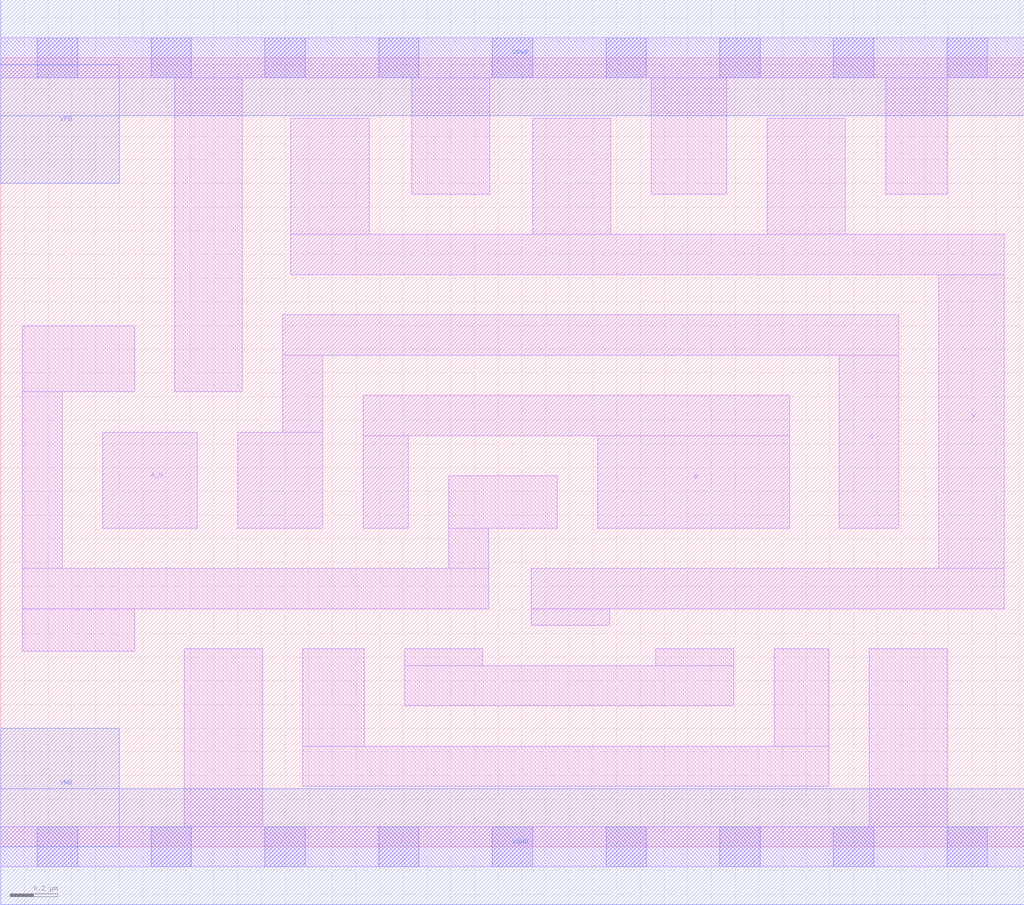
<source format=lef>
# Copyright 2020 The SkyWater PDK Authors
#
# Licensed under the Apache License, Version 2.0 (the "License");
# you may not use this file except in compliance with the License.
# You may obtain a copy of the License at
#
#     https://www.apache.org/licenses/LICENSE-2.0
#
# Unless required by applicable law or agreed to in writing, software
# distributed under the License is distributed on an "AS IS" BASIS,
# WITHOUT WARRANTIES OR CONDITIONS OF ANY KIND, either express or implied.
# See the License for the specific language governing permissions and
# limitations under the License.
#
# SPDX-License-Identifier: Apache-2.0

VERSION 5.5 ;
NAMESCASESENSITIVE ON ;
BUSBITCHARS "[]" ;
DIVIDERCHAR "/" ;
MACRO sky130_fd_sc_lp__nand3b_2
  CLASS CORE ;
  SOURCE USER ;
  ORIGIN  0.000000  0.000000 ;
  SIZE  4.320000 BY  3.330000 ;
  SYMMETRY X Y R90 ;
  SITE unit ;
  PIN A_N
    ANTENNAGATEAREA  0.126000 ;
    DIRECTION INPUT ;
    USE SIGNAL ;
    PORT
      LAYER li1 ;
        RECT 0.430000 1.345000 0.830000 1.750000 ;
    END
  END A_N
  PIN B
    ANTENNAGATEAREA  0.630000 ;
    DIRECTION INPUT ;
    USE SIGNAL ;
    PORT
      LAYER li1 ;
        RECT 1.530000 1.345000 1.720000 1.735000 ;
        RECT 1.530000 1.735000 3.330000 1.905000 ;
        RECT 2.520000 1.345000 3.330000 1.735000 ;
    END
  END B
  PIN C
    ANTENNAGATEAREA  0.630000 ;
    DIRECTION INPUT ;
    USE SIGNAL ;
    PORT
      LAYER li1 ;
        RECT 1.000000 1.345000 1.360000 1.750000 ;
        RECT 1.190000 1.750000 1.360000 2.075000 ;
        RECT 1.190000 2.075000 3.790000 2.245000 ;
        RECT 3.540000 1.345000 3.790000 2.075000 ;
    END
  END C
  PIN Y
    ANTENNADIFFAREA  1.453200 ;
    DIRECTION OUTPUT ;
    USE SIGNAL ;
    PORT
      LAYER li1 ;
        RECT 1.225000 2.415000 4.235000 2.585000 ;
        RECT 1.225000 2.585000 1.555000 3.075000 ;
        RECT 2.240000 0.935000 2.570000 1.005000 ;
        RECT 2.240000 1.005000 4.235000 1.175000 ;
        RECT 2.245000 2.585000 2.575000 3.075000 ;
        RECT 3.235000 2.585000 3.565000 3.075000 ;
        RECT 3.960000 1.175000 4.235000 2.415000 ;
    END
  END Y
  PIN VGND
    DIRECTION INOUT ;
    USE GROUND ;
    PORT
      LAYER met1 ;
        RECT 0.000000 -0.245000 4.320000 0.245000 ;
    END
  END VGND
  PIN VNB
    DIRECTION INOUT ;
    USE GROUND ;
    PORT
      LAYER met1 ;
        RECT 0.000000 0.000000 0.500000 0.500000 ;
    END
  END VNB
  PIN VPB
    DIRECTION INOUT ;
    USE POWER ;
    PORT
      LAYER met1 ;
        RECT 0.000000 2.800000 0.500000 3.300000 ;
    END
  END VPB
  PIN VPWR
    DIRECTION INOUT ;
    USE POWER ;
    PORT
      LAYER met1 ;
        RECT 0.000000 3.085000 4.320000 3.575000 ;
    END
  END VPWR
  OBS
    LAYER li1 ;
      RECT 0.000000 -0.085000 4.320000 0.085000 ;
      RECT 0.000000  3.245000 4.320000 3.415000 ;
      RECT 0.090000  0.825000 0.565000 1.005000 ;
      RECT 0.090000  1.005000 2.060000 1.175000 ;
      RECT 0.090000  1.175000 0.260000 1.920000 ;
      RECT 0.090000  1.920000 0.565000 2.200000 ;
      RECT 0.735000  1.920000 1.020000 3.245000 ;
      RECT 0.775000  0.085000 1.105000 0.835000 ;
      RECT 1.275000  0.255000 3.495000 0.425000 ;
      RECT 1.275000  0.425000 1.535000 0.835000 ;
      RECT 1.705000  0.595000 3.095000 0.765000 ;
      RECT 1.705000  0.765000 2.035000 0.835000 ;
      RECT 1.735000  2.755000 2.065000 3.245000 ;
      RECT 1.890000  1.175000 2.060000 1.345000 ;
      RECT 1.890000  1.345000 2.350000 1.565000 ;
      RECT 2.745000  2.755000 3.065000 3.245000 ;
      RECT 2.765000  0.765000 3.095000 0.835000 ;
      RECT 3.265000  0.425000 3.495000 0.835000 ;
      RECT 3.665000  0.085000 3.995000 0.835000 ;
      RECT 3.735000  2.755000 3.995000 3.245000 ;
    LAYER mcon ;
      RECT 0.155000 -0.085000 0.325000 0.085000 ;
      RECT 0.155000  3.245000 0.325000 3.415000 ;
      RECT 0.635000 -0.085000 0.805000 0.085000 ;
      RECT 0.635000  3.245000 0.805000 3.415000 ;
      RECT 1.115000 -0.085000 1.285000 0.085000 ;
      RECT 1.115000  3.245000 1.285000 3.415000 ;
      RECT 1.595000 -0.085000 1.765000 0.085000 ;
      RECT 1.595000  3.245000 1.765000 3.415000 ;
      RECT 2.075000 -0.085000 2.245000 0.085000 ;
      RECT 2.075000  3.245000 2.245000 3.415000 ;
      RECT 2.555000 -0.085000 2.725000 0.085000 ;
      RECT 2.555000  3.245000 2.725000 3.415000 ;
      RECT 3.035000 -0.085000 3.205000 0.085000 ;
      RECT 3.035000  3.245000 3.205000 3.415000 ;
      RECT 3.515000 -0.085000 3.685000 0.085000 ;
      RECT 3.515000  3.245000 3.685000 3.415000 ;
      RECT 3.995000 -0.085000 4.165000 0.085000 ;
      RECT 3.995000  3.245000 4.165000 3.415000 ;
  END
END sky130_fd_sc_lp__nand3b_2
END LIBRARY

</source>
